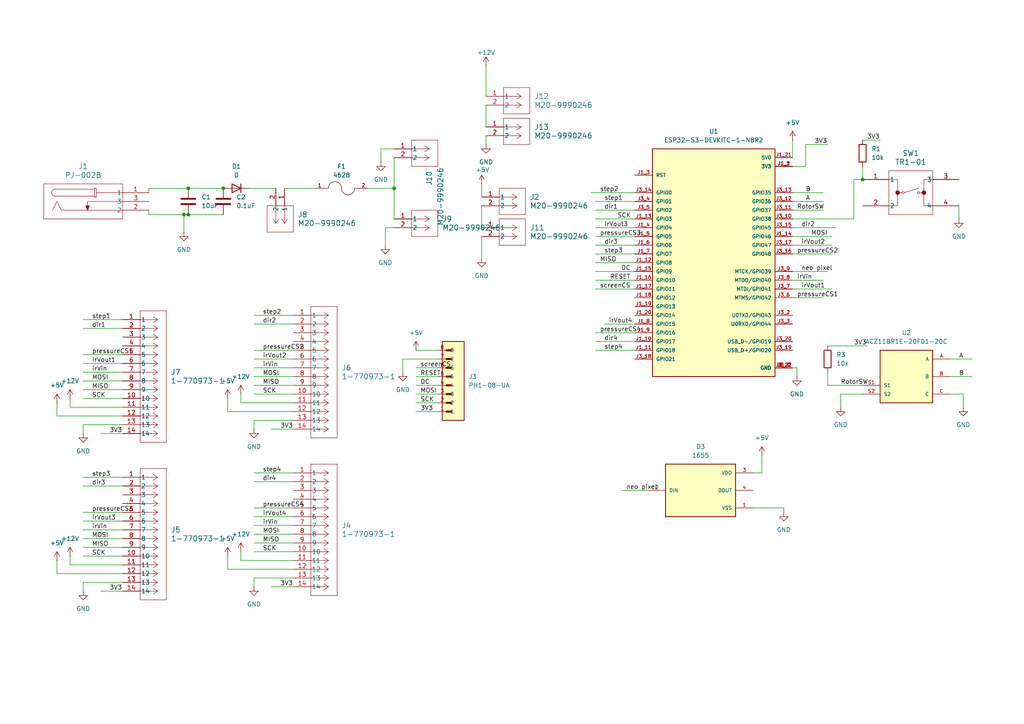
<source format=kicad_sch>
(kicad_sch (version 20231120) (generator "eeschema") (generator_version "8.0")
  (paper "A4")
  (lib_symbols
    (symbol "1655:1655" (pin_names (offset 1.016))
      (property "Reference" "D" (at -10.1621 8.8923 0))
      (property "Value" "1655" (at -10.16 -8.89 0))
      (symbol "1655_0_0"
        (rectangle (start -10.16 -7.62) (end 10.16 7.62) (stroke (width 0.254)) (fill (type background)))
        (pin power_in line (at 15.24 -5.08 180) (length 5.08) (name "VSS") (number "1"))
        (pin input line (at -15.24 0 0) (length 5.08) (name "DIN") (number "2"))
        (pin power_in line (at 15.24 5.08 180) (length 5.08) (name "VDD") (number "3"))
        (pin output line (at 15.24 0 180) (length 5.08) (name "DOUT") (number "4"))
      )
    )
    (symbol "2025-01-13_03-47-25:TR1-01" (pin_names (offset 0.254))
      (property "Reference" "SW" (at 14.9225 7.3025 0))
      (property "Value" "TR1-01" (at 20.32 5.08 0))
      (symbol "TR1-01_0_1"
        (polyline (pts (xy 7.62 -10.16) (xy 20.32 -10.16)) (stroke (width 0.127)))
        (polyline (pts (xy 7.62 -7.62) (xy 10.16 -7.62)) (stroke (width 0.127)))
        (polyline (pts (xy 7.62 0) (xy 10.16 0)) (stroke (width 0.127)))
        (polyline (pts (xy 7.62 2.54) (xy 7.62 -10.16)) (stroke (width 0.127)))
        (polyline (pts (xy 10.16 -3.81) (xy 11.43 -3.81)) (stroke (width 0.127)))
        (polyline (pts (xy 10.16 0) (xy 10.16 -7.62)) (stroke (width 0.127)))
        (polyline (pts (xy 12.065 -3.81) (xy 16.1925 -2.54)) (stroke (width 0.127)))
        (polyline (pts (xy 17.78 -3.81) (xy 16.51 -3.81)) (stroke (width 0.127)))
        (polyline (pts (xy 17.78 0) (xy 17.78 -7.62)) (stroke (width 0.127)))
        (polyline (pts (xy 20.32 -10.16) (xy 20.32 2.54)) (stroke (width 0.127)))
        (polyline (pts (xy 20.32 -7.62) (xy 17.78 -7.62)) (stroke (width 0.127)))
        (polyline (pts (xy 20.32 0) (xy 17.78 0)) (stroke (width 0.127)))
        (polyline (pts (xy 20.32 2.54) (xy 7.62 2.54)) (stroke (width 0.127)))
        (circle (center 10.16 -3.81) (radius 0.127) (stroke (width 0.508)))
        (circle (center 11.7475 -3.81) (radius 0.3048) (stroke (width 0.127)))
        (circle (center 16.1925 -3.81) (radius 0.3048) (stroke (width 0.127)))
        (circle (center 17.78 -3.81) (radius 0.127) (stroke (width 0.508)))
        (pin unspecified line (at 0 0 0) (length 7.62) (name "1") (number "1"))
        (pin unspecified line (at 0 -7.62 0) (length 7.62) (name "2") (number "2"))
        (pin unspecified line (at 27.94 0 180) (length 7.62) (name "3") (number "3"))
        (pin unspecified line (at 27.94 -7.62 180) (length 7.62) (name "4") (number "4"))
      )
    )
    (symbol "2025-01-13_13-48-04:1-770973-1" (pin_names (offset 0.254))
      (property "Reference" "J" (at 8.89 6.35 0))
      (property "Value" "1-770973-1" (at 0 0 0))
      (symbol "1-770973-1_0_1"
        (polyline (pts (xy 5.08 -35.56) (xy 12.7 -35.56)) (stroke (width 0.127)))
        (polyline (pts (xy 5.08 2.54) (xy 5.08 -35.56)) (stroke (width 0.127)))
        (polyline (pts (xy 10.16 -33.02) (xy 5.08 -33.02)) (stroke (width 0.127)))
        (polyline (pts (xy 10.16 -33.02) (xy 8.89 -33.8667)) (stroke (width 0.127)))
        (polyline (pts (xy 10.16 -33.02) (xy 8.89 -32.1733)) (stroke (width 0.127)))
        (polyline (pts (xy 10.16 -30.48) (xy 5.08 -30.48)) (stroke (width 0.127)))
        (polyline (pts (xy 10.16 -30.48) (xy 8.89 -31.3267)) (stroke (width 0.127)))
        (polyline (pts (xy 10.16 -30.48) (xy 8.89 -29.6333)) (stroke (width 0.127)))
        (polyline (pts (xy 10.16 -27.94) (xy 5.08 -27.94)) (stroke (width 0.127)))
        (polyline (pts (xy 10.16 -27.94) (xy 8.89 -28.7867)) (stroke (width 0.127)))
        (polyline (pts (xy 10.16 -27.94) (xy 8.89 -27.0933)) (stroke (width 0.127)))
        (polyline (pts (xy 10.16 -25.4) (xy 5.08 -25.4)) (stroke (width 0.127)))
        (polyline (pts (xy 10.16 -25.4) (xy 8.89 -26.2467)) (stroke (width 0.127)))
        (polyline (pts (xy 10.16 -25.4) (xy 8.89 -24.5533)) (stroke (width 0.127)))
        (polyline (pts (xy 10.16 -22.86) (xy 5.08 -22.86)) (stroke (width 0.127)))
        (polyline (pts (xy 10.16 -22.86) (xy 8.89 -23.7067)) (stroke (width 0.127)))
        (polyline (pts (xy 10.16 -22.86) (xy 8.89 -22.0133)) (stroke (width 0.127)))
        (polyline (pts (xy 10.16 -20.32) (xy 5.08 -20.32)) (stroke (width 0.127)))
        (polyline (pts (xy 10.16 -20.32) (xy 8.89 -21.1667)) (stroke (width 0.127)))
        (polyline (pts (xy 10.16 -20.32) (xy 8.89 -19.4733)) (stroke (width 0.127)))
        (polyline (pts (xy 10.16 -17.78) (xy 5.08 -17.78)) (stroke (width 0.127)))
        (polyline (pts (xy 10.16 -17.78) (xy 8.89 -18.6267)) (stroke (width 0.127)))
        (polyline (pts (xy 10.16 -17.78) (xy 8.89 -16.9333)) (stroke (width 0.127)))
        (polyline (pts (xy 10.16 -15.24) (xy 5.08 -15.24)) (stroke (width 0.127)))
        (polyline (pts (xy 10.16 -15.24) (xy 8.89 -16.0867)) (stroke (width 0.127)))
        (polyline (pts (xy 10.16 -15.24) (xy 8.89 -14.3933)) (stroke (width 0.127)))
        (polyline (pts (xy 10.16 -12.7) (xy 5.08 -12.7)) (stroke (width 0.127)))
        (polyline (pts (xy 10.16 -12.7) (xy 8.89 -13.5467)) (stroke (width 0.127)))
        (polyline (pts (xy 10.16 -12.7) (xy 8.89 -11.8533)) (stroke (width 0.127)))
        (polyline (pts (xy 10.16 -10.16) (xy 5.08 -10.16)) (stroke (width 0.127)))
        (polyline (pts (xy 10.16 -10.16) (xy 8.89 -11.0067)) (stroke (width 0.127)))
        (polyline (pts (xy 10.16 -10.16) (xy 8.89 -9.3133)) (stroke (width 0.127)))
        (polyline (pts (xy 10.16 -7.62) (xy 5.08 -7.62)) (stroke (width 0.127)))
        (polyline (pts (xy 10.16 -7.62) (xy 8.89 -8.4667)) (stroke (width 0.127)))
        (polyline (pts (xy 10.16 -7.62) (xy 8.89 -6.7733)) (stroke (width 0.127)))
        (polyline (pts (xy 10.16 -5.08) (xy 5.08 -5.08)) (stroke (width 0.127)))
        (polyline (pts (xy 10.16 -5.08) (xy 8.89 -5.9267)) (stroke (width 0.127)))
        (polyline (pts (xy 10.16 -5.08) (xy 8.89 -4.2333)) (stroke (width 0.127)))
        (polyline (pts (xy 10.16 -2.54) (xy 5.08 -2.54)) (stroke (width 0.127)))
        (polyline (pts (xy 10.16 -2.54) (xy 8.89 -3.3867)) (stroke (width 0.127)))
        (polyline (pts (xy 10.16 -2.54) (xy 8.89 -1.6933)) (stroke (width 0.127)))
        (polyline (pts (xy 10.16 0) (xy 5.08 0)) (stroke (width 0.127)))
        (polyline (pts (xy 10.16 0) (xy 8.89 -0.8467)) (stroke (width 0.127)))
        (polyline (pts (xy 10.16 0) (xy 8.89 0.8467)) (stroke (width 0.127)))
        (polyline (pts (xy 12.7 -35.56) (xy 12.7 2.54)) (stroke (width 0.127)))
        (polyline (pts (xy 12.7 2.54) (xy 5.08 2.54)) (stroke (width 0.127)))
        (pin unspecified line (at 0 0 0) (length 5.08) (name "1") (number "1"))
        (pin unspecified line (at 0 -22.86 0) (length 5.08) (name "10") (number "10"))
        (pin unspecified line (at 0 -25.4 0) (length 5.08) (name "11") (number "11"))
        (pin unspecified line (at 0 -27.94 0) (length 5.08) (name "12") (number "12"))
        (pin unspecified line (at 0 -30.48 0) (length 5.08) (name "13") (number "13"))
        (pin unspecified line (at 0 -33.02 0) (length 5.08) (name "14") (number "14"))
        (pin unspecified line (at 0 -2.54 0) (length 5.08) (name "2") (number "2"))
        (pin unspecified line (at 0 -5.08 0) (length 5.08) (name "3") (number "3"))
        (pin unspecified line (at 0 -7.62 0) (length 5.08) (name "4") (number "4"))
        (pin unspecified line (at 0 -10.16 0) (length 5.08) (name "5") (number "5"))
        (pin unspecified line (at 0 -12.7 0) (length 5.08) (name "6") (number "6"))
        (pin unspecified line (at 0 -15.24 0) (length 5.08) (name "7") (number "7"))
        (pin unspecified line (at 0 -17.78 0) (length 5.08) (name "8") (number "8"))
        (pin unspecified line (at 0 -20.32 0) (length 5.08) (name "9") (number "9"))
      )
    )
    (symbol "2pin-jumper:M20-9990246" (pin_names (offset 0.254))
      (property "Reference" "J" (at 8.89 6.35 0))
      (property "Value" "M20-9990246" (at 0 0 0))
      (symbol "M20-9990246_1_1"
        (polyline (pts (xy 5.08 -5.08) (xy 12.7 -5.08)) (stroke (width 0.127)))
        (polyline (pts (xy 5.08 2.54) (xy 5.08 -5.08)) (stroke (width 0.127)))
        (polyline (pts (xy 10.16 -2.54) (xy 5.08 -2.54)) (stroke (width 0.127)))
        (polyline (pts (xy 10.16 -2.54) (xy 8.89 -3.3867)) (stroke (width 0.127)))
        (polyline (pts (xy 10.16 -2.54) (xy 8.89 -1.6933)) (stroke (width 0.127)))
        (polyline (pts (xy 10.16 0) (xy 5.08 0)) (stroke (width 0.127)))
        (polyline (pts (xy 10.16 0) (xy 8.89 -0.8467)) (stroke (width 0.127)))
        (polyline (pts (xy 10.16 0) (xy 8.89 0.8467)) (stroke (width 0.127)))
        (polyline (pts (xy 12.7 -5.08) (xy 12.7 2.54)) (stroke (width 0.127)))
        (polyline (pts (xy 12.7 2.54) (xy 5.08 2.54)) (stroke (width 0.127)))
        (pin unspecified line (at 0 0 0) (length 5.08) (name "1") (number "1"))
        (pin unspecified line (at 0 -2.54 0) (length 5.08) (name "2") (number "2"))
      )
      (symbol "M20-9990246_1_2"
        (polyline (pts (xy 5.08 -5.08) (xy 12.7 -5.08)) (stroke (width 0.127)))
        (polyline (pts (xy 5.08 2.54) (xy 5.08 -5.08)) (stroke (width 0.127)))
        (polyline (pts (xy 7.62 -2.54) (xy 5.08 -2.54)) (stroke (width 0.127)))
        (polyline (pts (xy 7.62 -2.54) (xy 8.89 -3.3867)) (stroke (width 0.127)))
        (polyline (pts (xy 7.62 -2.54) (xy 8.89 -1.6933)) (stroke (width 0.127)))
        (polyline (pts (xy 7.62 0) (xy 5.08 0)) (stroke (width 0.127)))
        (polyline (pts (xy 7.62 0) (xy 8.89 -0.8467)) (stroke (width 0.127)))
        (polyline (pts (xy 7.62 0) (xy 8.89 0.8467)) (stroke (width 0.127)))
        (polyline (pts (xy 12.7 -5.08) (xy 12.7 2.54)) (stroke (width 0.127)))
        (polyline (pts (xy 12.7 2.54) (xy 5.08 2.54)) (stroke (width 0.127)))
        (pin unspecified line (at 0 0 0) (length 5.08) (name "1") (number "1"))
        (pin unspecified line (at 0 -2.54 0) (length 5.08) (name "2") (number "2"))
      )
    )
    (symbol "4628:4628" (pin_names (offset 1.016))
      (property "Reference" "F" (at -2.54 5.08 0))
      (property "Value" "4628" (at -2.54 -5.08 0))
      (symbol "4628_0_0"
        (arc (start 0 0) (mid -1.905 1.8967) (end -3.81 0) (stroke (width 0.1524)))
        (polyline (pts (xy -5.08 0) (xy -3.81 0)) (stroke (width 0.1524)))
        (polyline (pts (xy 5.08 0) (xy 3.81 0)) (stroke (width 0.1524)))
        (arc (start 0 0) (mid 1.905 -1.8967) (end 3.81 0) (stroke (width 0.1524)))
        (pin passive line (at -7.62 0 0) (length 2.54) (name "~") (number "1"))
        (pin passive line (at 7.62 0 180) (length 2.54) (name "~") (number "2"))
      )
    )
    (symbol "ACZ11BR1E-20FD1-20C:ACZ11BR1E-20FD1-20C" (pin_names (offset 1.016))
      (property "Reference" "U" (at -7.62 10.16 0))
      (property "Value" "ACZ11BR1E-20FD1-20C" (at -7.62 -10.16 0))
      (symbol "ACZ11BR1E-20FD1-20C_0_0"
        (rectangle (start -7.62 -7.62) (end 7.62 7.62) (stroke (width 0.254)) (fill (type background)))
        (pin output line (at 12.7 5.08 180) (length 5.08) (name "A") (number "A"))
        (pin output line (at 12.7 0 180) (length 5.08) (name "B") (number "B"))
        (pin passive line (at 12.7 -5.08 180) (length 5.08) (name "C") (number "C"))
        (pin passive line (at -12.7 -2.54 0) (length 5.08) (name "S1") (number "S1"))
        (pin passive line (at -12.7 -5.08 0) (length 5.08) (name "S2") (number "S2"))
      )
    )
    (symbol "Device:C" (pin_numbers hide) (pin_names (offset 0.254))
      (property "Reference" "C" (at 0.635 2.54 0))
      (property "Value" "C" (at 0.635 -2.54 0))
      (symbol "C_0_1"
        (polyline (pts (xy -2.032 -0.762) (xy 2.032 -0.762)) (stroke (width 0.508)))
        (polyline (pts (xy -2.032 0.762) (xy 2.032 0.762)) (stroke (width 0.508)))
      )
      (symbol "C_1_1"
        (pin passive line (at 0 3.81 270) (length 2.794) (name "~") (number "1"))
        (pin passive line (at 0 -3.81 90) (length 2.794) (name "~") (number "2"))
      )
    )
    (symbol "Device:D" (pin_numbers hide) (pin_names (offset 1.016) hide)
      (property "Reference" "D" (at 0 2.54 0))
      (property "Value" "D" (at 0 -2.54 0))
      (symbol "D_0_1"
        (polyline (pts (xy -1.27 1.27) (xy -1.27 -1.27)) (stroke (width 0.254)))
        (polyline (pts (xy 1.27 0) (xy -1.27 0)))
        (polyline (pts (xy 1.27 1.27) (xy 1.27 -1.27) (xy -1.27 0) (xy 1.27 1.27)) (stroke (width 0.254)))
      )
      (symbol "D_1_1"
        (pin passive line (at -3.81 0 0) (length 2.54) (name "K") (number "1"))
        (pin passive line (at 3.81 0 180) (length 2.54) (name "A") (number "2"))
      )
    )
    (symbol "Device:R" (pin_numbers hide) (pin_names (offset 0))
      (property "Reference" "R" (at 2.032 0 90))
      (property "Value" "R" (at 0 0 90))
      (symbol "R_0_1"
        (rectangle (start -1.016 -2.54) (end 1.016 2.54) (stroke (width 0.254)))
      )
      (symbol "R_1_1"
        (pin passive line (at 0 3.81 270) (length 1.27) (name "~") (number "1"))
        (pin passive line (at 0 -3.81 90) (length 1.27) (name "~") (number "2"))
      )
    )
    (symbol "ESP32-S3-DEVKITC-1-N8R2:ESP32-S3-DEVKITC-1-N8R2" (pin_names (offset 1.016))
      (property "Reference" "U" (at -17.78 35.56 0))
      (property "Value" "ESP32-S3-DEVKITC-1-N8R2" (at -17.78 -35.56 0))
      (symbol "ESP32-S3-DEVKITC-1-N8R2_0_0"
        (rectangle (start -17.78 -33.02) (end 17.78 33.02) (stroke (width 0.254)) (fill (type background)))
        (pin power_in line (at 22.86 27.94 180) (length 5.08) (name "3V3") (number "J1_1"))
        (pin bidirectional line (at -22.86 -22.86 0) (length 5.08) (name "GPIO17") (number "J1_10"))
        (pin bidirectional line (at -22.86 -25.4 0) (length 5.08) (name "GPIO18") (number "J1_11"))
        (pin bidirectional line (at -22.86 0 0) (length 5.08) (name "GPIO8") (number "J1_12"))
        (pin bidirectional line (at -22.86 12.7 0) (length 5.08) (name "GPIO3") (number "J1_13"))
        (pin bidirectional line (at 22.86 7.62 180) (length 5.08) (name "GPIO46") (number "J1_14"))
        (pin bidirectional line (at -22.86 -2.54 0) (length 5.08) (name "GPIO9") (number "J1_15"))
        (pin bidirectional line (at -22.86 -5.08 0) (length 5.08) (name "GPIO10") (number "J1_16"))
        (pin bidirectional line (at -22.86 -7.62 0) (length 5.08) (name "GPIO11") (number "J1_17"))
        (pin bidirectional line (at -22.86 -10.16 0) (length 5.08) (name "GPIO12") (number "J1_18"))
        (pin bidirectional line (at -22.86 -12.7 0) (length 5.08) (name "GPIO13") (number "J1_19"))
        (pin power_in line (at 22.86 27.94 180) (length 5.08) (name "3V3") (number "J1_2"))
        (pin bidirectional line (at -22.86 -15.24 0) (length 5.08) (name "GPIO14") (number "J1_20"))
        (pin power_in line (at 22.86 30.48 180) (length 5.08) (name "5V0") (number "J1_21"))
        (pin power_in line (at 22.86 -30.48 180) (length 5.08) (name "GND") (number "J1_22"))
        (pin input line (at -22.86 25.4 0) (length 5.08) (name "RST") (number "J1_3"))
        (pin bidirectional line (at -22.86 10.16 0) (length 5.08) (name "GPIO4") (number "J1_4"))
        (pin bidirectional line (at -22.86 7.62 0) (length 5.08) (name "GPIO5") (number "J1_5"))
        (pin bidirectional line (at -22.86 5.08 0) (length 5.08) (name "GPIO6") (number "J1_6"))
        (pin bidirectional line (at -22.86 2.54 0) (length 5.08) (name "GPIO7") (number "J1_7"))
        (pin bidirectional line (at -22.86 -17.78 0) (length 5.08) (name "GPIO15") (number "J1_8"))
        (pin bidirectional line (at -22.86 -20.32 0) (length 5.08) (name "GPIO16") (number "J1_9"))
        (pin power_in line (at 22.86 -30.48 180) (length 5.08) (name "GND") (number "J3_1"))
        (pin bidirectional line (at 22.86 12.7 180) (length 5.08) (name "GPIO38") (number "J3_10"))
        (pin bidirectional line (at 22.86 15.24 180) (length 5.08) (name "GPIO37") (number "J3_11"))
        (pin bidirectional line (at 22.86 17.78 180) (length 5.08) (name "GPIO36") (number "J3_12"))
        (pin bidirectional line (at 22.86 20.32 180) (length 5.08) (name "GPIO35") (number "J3_13"))
        (pin bidirectional line (at -22.86 20.32 0) (length 5.08) (name "GPIO0") (number "J3_14"))
        (pin bidirectional line (at 22.86 10.16 180) (length 5.08) (name "GPIO45") (number "J3_15"))
        (pin bidirectional line (at 22.86 2.54 180) (length 5.08) (name "GPIO48") (number "J3_16"))
        (pin bidirectional line (at 22.86 5.08 180) (length 5.08) (name "GPIO47") (number "J3_17"))
        (pin bidirectional line (at -22.86 -27.94 0) (length 5.08) (name "GPIO21") (number "J3_18"))
        (pin bidirectional line (at 22.86 -25.4 180) (length 5.08) (name "USB_D+/GPIO20") (number "J3_19"))
        (pin bidirectional line (at 22.86 -15.24 180) (length 5.08) (name "U0TXD/GPIO43") (number "J3_2"))
        (pin bidirectional line (at 22.86 -22.86 180) (length 5.08) (name "USB_D-/GPIO19") (number "J3_20"))
        (pin power_in line (at 22.86 -30.48 180) (length 5.08) (name "GND") (number "J3_21"))
        (pin power_in line (at 22.86 -30.48 180) (length 5.08) (name "GND") (number "J3_22"))
        (pin bidirectional line (at 22.86 -17.78 180) (length 5.08) (name "U0RXD/GPIO44") (number "J3_3"))
        (pin bidirectional line (at -22.86 17.78 0) (length 5.08) (name "GPIO1") (number "J3_4"))
        (pin bidirectional line (at -22.86 15.24 0) (length 5.08) (name "GPIO2") (number "J3_5"))
        (pin bidirectional line (at 22.86 -10.16 180) (length 5.08) (name "MTMS/GPIO42") (number "J3_6"))
        (pin bidirectional line (at 22.86 -7.62 180) (length 5.08) (name "MTDI/GPIO41") (number "J3_7"))
        (pin bidirectional line (at 22.86 -5.08 180) (length 5.08) (name "MTDO/GPIO40") (number "J3_8"))
        (pin bidirectional line (at 22.86 -2.54 180) (length 5.08) (name "MTCK/GPIO39") (number "J3_9"))
      )
    )
    (symbol "PH1-08-UA:PH1-08-UA" (pin_names (offset 1.016))
      (property "Reference" "J" (at 0 23.368 0))
      (property "Value" "PH1-08-UA" (at 0 0 0))
      (symbol "PH1-08-UA_0_0"
        (polyline (pts (xy 3.81 2.54) (xy 5.08 2.54)) (stroke (width 0.6096)))
        (polyline (pts (xy 3.81 5.08) (xy 5.08 5.08)) (stroke (width 0.6096)))
        (polyline (pts (xy 3.81 7.62) (xy 5.08 7.62)) (stroke (width 0.6096)))
        (polyline (pts (xy 3.81 10.16) (xy 5.08 10.16)) (stroke (width 0.6096)))
        (polyline (pts (xy 3.81 12.7) (xy 5.08 12.7)) (stroke (width 0.6096)))
        (polyline (pts (xy 3.81 15.24) (xy 5.08 15.24)) (stroke (width 0.6096)))
        (polyline (pts (xy 3.81 17.78) (xy 5.08 17.78)) (stroke (width 0.6096)))
        (polyline (pts (xy 3.81 20.32) (xy 5.08 20.32)) (stroke (width 0.6096)))
        (rectangle (start 0 0) (end 6.35 22.86) (stroke (width 0.254)) (fill (type background)))
        (pin passive line (at 7.62 20.32 180) (length 2.54) (name "1") (number "1"))
        (pin passive line (at 7.62 17.78 180) (length 2.54) (name "2") (number "2"))
        (pin passive line (at 7.62 15.24 180) (length 2.54) (name "3") (number "3"))
        (pin passive line (at 7.62 12.7 180) (length 2.54) (name "4") (number "4"))
        (pin passive line (at 7.62 10.16 180) (length 2.54) (name "5") (number "5"))
        (pin passive line (at 7.62 7.62 180) (length 2.54) (name "6") (number "6"))
        (pin passive line (at 7.62 5.08 180) (length 2.54) (name "7") (number "7"))
        (pin passive line (at 7.62 2.54 180) (length 2.54) (name "8") (number "8"))
      )
    )
    (symbol "PJ_002B:PJ-002B" (pin_names (offset 0.254))
      (property "Reference" "J" (at -17.78 7.62 0))
      (property "Value" "PJ-002B" (at -17.78 5.08 0))
      (symbol "PJ-002B_0_1"
        (arc (start -27.178 1.016) (mid -28.1895 0) (end -27.178 -1.016) (stroke (width 0.127)))
        (polyline (pts (xy -30.48 -7.62) (xy -7.62 -7.62)) (stroke (width 0.127)))
        (polyline (pts (xy -30.48 2.54) (xy -30.48 -7.62)) (stroke (width 0.127)))
        (polyline (pts (xy -26.67 -2.54) (xy -27.94 -5.08)) (stroke (width 0.127)))
        (polyline (pts (xy -25.4 -5.08) (xy -26.67 -2.54)) (stroke (width 0.127)))
        (polyline (pts (xy -18.288 -3.81) (xy -17.78 -5.08)) (stroke (width 0.127)))
        (polyline (pts (xy -17.78 -5.08) (xy -17.272 -3.81)) (stroke (width 0.127)))
        (polyline (pts (xy -17.78 -2.54) (xy -17.78 -5.08)) (stroke (width 0.127)))
        (polyline (pts (xy -17.272 -3.81) (xy -18.288 -3.81)) (stroke (width 0.127)))
        (polyline (pts (xy -15.748 -1.27) (xy -15.24 -1.27)) (stroke (width 0.127)))
        (polyline (pts (xy -15.748 -1.016) (xy -27.178 -1.016)) (stroke (width 0.127)))
        (polyline (pts (xy -15.748 1.016) (xy -27.178 1.016)) (stroke (width 0.127)))
        (polyline (pts (xy -15.748 1.27) (xy -15.748 -1.27)) (stroke (width 0.127)))
        (polyline (pts (xy -15.24 1.27) (xy -15.748 1.27)) (stroke (width 0.127)))
        (polyline (pts (xy -15.24 1.27) (xy -15.24 -1.27)) (stroke (width 0.127)))
        (polyline (pts (xy -7.62 -7.62) (xy -7.62 2.54)) (stroke (width 0.127)))
        (polyline (pts (xy -7.62 -5.08) (xy -25.4 -5.08)) (stroke (width 0.127)))
        (polyline (pts (xy -7.62 -2.54) (xy -17.78 -2.54)) (stroke (width 0.127)))
        (polyline (pts (xy -7.62 0) (xy -15.24 0)) (stroke (width 0.127)))
        (polyline (pts (xy -7.62 2.54) (xy -30.48 2.54)) (stroke (width 0.127)))
        (polyline (pts (xy -18.288 -3.81) (xy -17.272 -3.81) (xy -17.78 -5.08)) (fill (type outline)))
        (pin unspecified line (at 0 0 180) (length 7.62) (name "1") (number "1"))
        (pin unspecified line (at 0 -5.08 180) (length 7.62) (name "2") (number "2"))
        (pin unspecified line (at 0 -2.54 180) (length 7.62) (name "3") (number "3"))
      )
    )
    (symbol "power:+12V" (power) (pin_numbers hide) (pin_names (offset 0) hide)
      (property "Value" "+12V" (at 0 3.556 0))
      (symbol "+12V_0_1"
        (polyline (pts (xy -0.762 1.27) (xy 0 2.54)))
        (polyline (pts (xy 0 0) (xy 0 2.54)))
        (polyline (pts (xy 0 2.54) (xy 0.762 1.27)))
      )
      (symbol "+12V_1_1"
        (pin power_in line (at 0 0 90) (length 0) (name "~") (number "1"))
      )
    )
    (symbol "power:GND" (power) (pin_numbers hide) (pin_names (offset 0) hide)
      (property "Value" "GND" (at 0 -3.81 0))
      (symbol "GND_0_1"
        (polyline (pts (xy 0 0) (xy 0 -1.27) (xy 1.27 -1.27) (xy 0 -2.54) (xy -1.27 -1.27) (xy 0 -1.27)))
      )
      (symbol "GND_1_1"
        (pin power_in line (at 0 0 270) (length 0) (name "~") (number "1"))
      )
    )
  )
  (junction (at 54.61 62.23))
  (junction (at 64.77 54.61))
  (junction (at 53.34 62.23))
  (junction (at 114.3 54.61))
  (junction (at 250.19 52.07))
  (junction (at 54.61 54.61))
  (wire (pts (xy 240.03 107.95) (xy 240.03 111.76)))
  (wire (pts (xy 24.13 140.97) (xy 35.56 140.97)))
  (wire (pts (xy 24.13 158.75) (xy 35.56 158.75)))
  (wire (pts (xy 66.04 165.1) (xy 66.04 161.29)))
  (wire (pts (xy 69.85 116.84) (xy 69.85 114.3)))
  (wire (pts (xy 85.09 167.64) (xy 73.66 167.64)))
  (wire (pts (xy 73.66 152.4) (xy 85.09 152.4)))
  (wire (pts (xy 82.55 54.61) (xy 91.44 54.61)))
  (wire (pts (xy 172.72 81.28) (xy 184.15 81.28)))
  (wire (pts (xy 120.65 116.84) (xy 127 116.84)))
  (wire (pts (xy 73.66 139.7) (xy 85.09 139.7)))
  (wire (pts (xy 229.87 86.36) (xy 238.76 86.36)))
  (wire (pts (xy 78.74 124.46) (xy 85.09 124.46)))
  (wire (pts (xy 116.84 104.14) (xy 127 104.14)))
  (wire (pts (xy 24.13 168.91) (xy 24.13 171.45)))
  (wire (pts (xy 120.65 101.6) (xy 127 101.6)))
  (wire (pts (xy 120.65 106.68) (xy 127 106.68)))
  (wire (pts (xy 35.56 168.91) (xy 24.13 168.91)))
  (wire (pts (xy 69.85 162.56) (xy 69.85 160.02)))
  (wire (pts (xy 35.56 105.41) (xy 24.13 105.41)))
  (wire (pts (xy 43.18 62.23) (xy 43.18 60.96)))
  (wire (pts (xy 250.19 48.26) (xy 250.19 52.07)))
  (wire (pts (xy 140.97 27.94) (xy 140.97 19.05)))
  (wire (pts (xy 240.03 111.76) (xy 250.19 111.76)))
  (wire (pts (xy 229.87 78.74) (xy 240.03 78.74)))
  (wire (pts (xy 139.7 53.34) (xy 139.7 57.15)))
  (wire (pts (xy 54.61 54.61) (xy 64.77 54.61)))
  (wire (pts (xy 16.51 166.37) (xy 35.56 166.37)))
  (wire (pts (xy 29.21 125.73) (xy 35.56 125.73)))
  (wire (pts (xy 16.51 120.65) (xy 16.51 116.84)))
  (wire (pts (xy 172.72 83.82) (xy 184.15 83.82)))
  (wire (pts (xy 73.66 154.94) (xy 85.09 154.94)))
  (wire (pts (xy 24.13 113.03) (xy 35.56 113.03)))
  (wire (pts (xy 73.66 111.76) (xy 85.09 111.76)))
  (wire (pts (xy 73.66 157.48) (xy 85.09 157.48)))
  (wire (pts (xy 24.13 107.95) (xy 35.56 107.95)))
  (wire (pts (xy 110.49 46.99) (xy 110.49 43.18)))
  (wire (pts (xy 227.33 147.32) (xy 227.33 148.59)))
  (wire (pts (xy 172.72 78.74) (xy 184.15 78.74)))
  (wire (pts (xy 73.66 91.44) (xy 85.09 91.44)))
  (wire (pts (xy 172.72 96.52) (xy 184.15 96.52)))
  (wire (pts (xy 66.04 119.38) (xy 85.09 119.38)))
  (wire (pts (xy 78.74 170.18) (xy 85.09 170.18)))
  (wire (pts (xy 279.4 114.3) (xy 279.4 118.11)))
  (wire (pts (xy 110.49 43.18) (xy 114.3 43.18)))
  (wire (pts (xy 35.56 151.13) (xy 24.13 151.13)))
  (wire (pts (xy 220.98 137.16) (xy 220.98 132.08)))
  (wire (pts (xy 24.13 110.49) (xy 35.56 110.49)))
  (wire (pts (xy 140.97 39.37) (xy 140.97 41.91)))
  (wire (pts (xy 85.09 149.86) (xy 73.66 149.86)))
  (wire (pts (xy 69.85 116.84) (xy 85.09 116.84)))
  (wire (pts (xy 73.66 106.68) (xy 85.09 106.68)))
  (wire (pts (xy 229.87 66.04) (xy 242.57 66.04)))
  (wire (pts (xy 54.61 62.23) (xy 64.77 62.23)))
  (wire (pts (xy 24.13 148.59) (xy 35.56 148.59)))
  (wire (pts (xy 229.87 83.82) (xy 241.3 83.82)))
  (wire (pts (xy 73.66 167.64) (xy 73.66 170.18)))
  (wire (pts (xy 73.66 101.6) (xy 85.09 101.6)))
  (wire (pts (xy 73.66 121.92) (xy 73.66 124.46)))
  (wire (pts (xy 66.04 119.38) (xy 66.04 115.57)))
  (wire (pts (xy 139.7 59.69) (xy 139.7 66.04)))
  (wire (pts (xy 243.84 114.3) (xy 250.19 114.3)))
  (wire (pts (xy 229.87 81.28) (xy 238.76 81.28)))
  (wire (pts (xy 180.34 142.24) (xy 187.96 142.24)))
  (wire (pts (xy 172.72 71.12) (xy 184.15 71.12)))
  (wire (pts (xy 73.66 147.32) (xy 85.09 147.32)))
  (wire (pts (xy 16.51 166.37) (xy 16.51 162.56)))
  (wire (pts (xy 229.87 71.12) (xy 241.3 71.12)))
  (wire (pts (xy 233.68 41.91) (xy 240.03 41.91)))
  (wire (pts (xy 175.26 93.98) (xy 184.15 93.98)))
  (wire (pts (xy 229.87 55.88) (xy 238.76 55.88)))
  (wire (pts (xy 24.13 123.19) (xy 24.13 125.73)))
  (wire (pts (xy 85.09 121.92) (xy 73.66 121.92)))
  (wire (pts (xy 69.85 162.56) (xy 85.09 162.56)))
  (wire (pts (xy 16.51 120.65) (xy 35.56 120.65)))
  (wire (pts (xy 114.3 54.61) (xy 114.3 45.72)))
  (wire (pts (xy 229.87 68.58) (xy 241.3 68.58)))
  (wire (pts (xy 172.72 60.96) (xy 184.15 60.96)))
  (wire (pts (xy 172.72 58.42) (xy 184.15 58.42)))
  (wire (pts (xy 20.32 118.11) (xy 20.32 115.57)))
  (wire (pts (xy 66.04 165.1) (xy 85.09 165.1)))
  (wire (pts (xy 116.84 104.14) (xy 116.84 107.95)))
  (wire (pts (xy 24.13 156.21) (xy 35.56 156.21)))
  (wire (pts (xy 111.76 71.12) (xy 111.76 66.04)))
  (wire (pts (xy 172.72 99.06) (xy 184.15 99.06)))
  (wire (pts (xy 275.59 109.22) (xy 281.94 109.22)))
  (wire (pts (xy 139.7 68.58) (xy 139.7 74.93)))
  (wire (pts (xy 24.13 115.57) (xy 35.56 115.57)))
  (wire (pts (xy 231.14 106.68) (xy 231.14 109.22)))
  (wire (pts (xy 172.72 63.5) (xy 184.15 63.5)))
  (wire (pts (xy 172.72 73.66) (xy 184.15 73.66)))
  (wire (pts (xy 20.32 163.83) (xy 20.32 161.29)))
  (wire (pts (xy 172.72 66.04) (xy 184.15 66.04)))
  (wire (pts (xy 229.87 106.68) (xy 231.14 106.68)))
  (wire (pts (xy 111.76 66.04) (xy 114.3 66.04)))
  (wire (pts (xy 240.03 100.33) (xy 251.46 100.33)))
  (wire (pts (xy 172.72 76.2) (xy 184.15 76.2)))
  (wire (pts (xy 120.65 111.76) (xy 127 111.76)))
  (wire (pts (xy 72.39 54.61) (xy 80.01 54.61)))
  (wire (pts (xy 172.72 68.58) (xy 184.15 68.58)))
  (wire (pts (xy 106.68 54.61) (xy 114.3 54.61)))
  (wire (pts (xy 278.13 59.69) (xy 278.13 63.5)))
  (wire (pts (xy 20.32 163.83) (xy 35.56 163.83)))
  (wire (pts (xy 218.44 147.32) (xy 227.33 147.32)))
  (wire (pts (xy 229.87 60.96) (xy 238.76 60.96)))
  (wire (pts (xy 73.66 109.22) (xy 85.09 109.22)))
  (wire (pts (xy 140.97 30.48) (xy 140.97 36.83)))
  (wire (pts (xy 24.13 102.87) (xy 35.56 102.87)))
  (wire (pts (xy 229.87 58.42) (xy 238.76 58.42)))
  (wire (pts (xy 73.66 137.16) (xy 85.09 137.16)))
  (wire (pts (xy 172.72 101.6) (xy 184.15 101.6)))
  (wire (pts (xy 120.65 114.3) (xy 127 114.3)))
  (wire (pts (xy 43.18 54.61) (xy 54.61 54.61)))
  (wire (pts (xy 24.13 95.25) (xy 35.56 95.25)))
  (wire (pts (xy 73.66 93.98) (xy 85.09 93.98)))
  (wire (pts (xy 247.65 52.07) (xy 250.19 52.07)))
  (wire (pts (xy 20.32 118.11) (xy 35.56 118.11)))
  (wire (pts (xy 250.19 40.64) (xy 255.27 40.64)))
  (wire (pts (xy 233.68 48.26) (xy 233.68 41.91)))
  (wire (pts (xy 171.45 55.88) (xy 184.15 55.88)))
  (wire (pts (xy 24.13 138.43) (xy 35.56 138.43)))
  (wire (pts (xy 243.84 114.3) (xy 243.84 118.11)))
  (wire (pts (xy 53.34 62.23) (xy 53.34 67.31)))
  (wire (pts (xy 275.59 104.14) (xy 281.94 104.14)))
  (wire (pts (xy 29.21 171.45) (xy 35.56 171.45)))
  (wire (pts (xy 120.65 109.22) (xy 127 109.22)))
  (wire (pts (xy 275.59 114.3) (xy 279.4 114.3)))
  (wire (pts (xy 114.3 54.61) (xy 114.3 63.5)))
  (wire (pts (xy 24.13 161.29) (xy 35.56 161.29)))
  (wire (pts (xy 35.56 123.19) (xy 24.13 123.19)))
  (wire (pts (xy 229.87 63.5) (xy 247.65 63.5)))
  (wire (pts (xy 43.18 62.23) (xy 53.34 62.23)))
  (wire (pts (xy 53.34 62.23) (xy 54.61 62.23)))
  (wire (pts (xy 229.87 40.64) (xy 229.87 45.72)))
  (wire (pts (xy 73.66 114.3) (xy 85.09 114.3)))
  (wire (pts (xy 24.13 153.67) (xy 35.56 153.67)))
  (wire (pts (xy 229.87 48.26) (xy 233.68 48.26)))
  (wire (pts (xy 73.66 160.02) (xy 85.09 160.02)))
  (wire (pts (xy 218.44 137.16) (xy 220.98 137.16)))
  (wire (pts (xy 247.65 52.07) (xy 247.65 63.5)))
  (wire (pts (xy 24.13 92.71) (xy 35.56 92.71)))
  (wire (pts (xy 120.65 119.38) (xy 127 119.38)))
  (wire (pts (xy 229.87 73.66) (xy 241.3 73.66)))
  (wire (pts (xy 43.18 54.61) (xy 43.18 55.88)))
  (wire (pts (xy 85.09 104.14) (xy 73.66 104.14)))
  (label "B" (at 278.13 109.22 0))
  (label "dir2" (at 232.41 66.04 0))
  (label "3V3" (at 121.92 119.38 0))
  (label "step4" (at 175.26 101.6 0))
  (label "dir4" (at 175.26 99.06 0))
  (label "dir1" (at 175.26 60.96 0))
  (label "step4" (at 76.2 137.16 0))
  (label "screenCS" (at 182.88 83.82 180))
  (label "step2" (at 173.99 55.88 0))
  (label "irVin" (at 26.67 153.67 0))
  (label "DC" (at 121.92 111.76 0))
  (label "pressureCS2" (at 76.2 101.6 0))
  (label "MISO" (at 76.2 157.48 0))
  (label "MOSI" (at 121.92 114.3 0))
  (label "A" (at 233.68 58.42 0))
  (label "MISO" (at 173.99 76.2 0))
  (label "irVout2" (at 76.2 104.14 0))
  (label "dir3" (at 26.67 140.97 0))
  (label "irVout2" (at 232.41 71.12 0))
  (label "irVin" (at 76.2 152.4 0))
  (label "MISO" (at 26.67 113.03 0))
  (label "SCK" (at 179.07 63.5 0))
  (label "MOSI" (at 76.2 154.94 0))
  (label "dir4" (at 76.2 139.7 0))
  (label "RotorSW" (at 231.14 60.96 0))
  (label "pressureCS4" (at 76.2 147.32 0))
  (label "step3" (at 26.67 138.43 0))
  (label "neo pixel" (at 181.61 142.24 0))
  (label "dir3" (at 175.26 71.12 0))
  (label "dir2" (at 76.2 93.98 0))
  (label "step2" (at 76.2 91.44 0))
  (label "RotorSW" (at 243.84 111.76 0))
  (label "RESET" (at 121.92 109.22 0))
  (label "step1" (at 26.67 92.71 0))
  (label "SCK" (at 76.2 114.3 0))
  (label "A" (at 278.13 104.14 0))
  (label "irVin" (at 26.67 107.95 0))
  (label "RESET" (at 182.88 81.28 180))
  (label "SCK" (at 26.67 161.29 0))
  (label "irVout4" (at 176.53 93.98 0))
  (label "irVout1" (at 232.41 83.82 0))
  (label "pressureCS3" (at 26.67 148.59 0))
  (label "screenCS" (at 121.92 106.68 0))
  (label "irVin" (at 76.2 106.68 0))
  (label "irVout4" (at 76.2 149.86 0))
  (label "MOSI" (at 26.67 156.21 0))
  (label "SCK" (at 121.92 116.84 0))
  (label "dir1" (at 26.67 95.25 0))
  (label "3V3" (at 81.28 124.46 0))
  (label "3V3" (at 31.75 171.45 0))
  (label "MISO" (at 26.67 158.75 0))
  (label "irVout3" (at 26.67 151.13 0))
  (label "SCK" (at 76.2 160.02 0))
  (label "MISO" (at 76.2 111.76 0))
  (label "step3" (at 175.26 73.66 0))
  (label "pressureCS2" (at 231.14 73.66 0))
  (label "step1" (at 175.26 58.42 0))
  (label "pressureCS4" (at 173.99 96.52 0))
  (label "MOSI" (at 240.03 68.58 180))
  (label "3V3" (at 31.75 125.73 0))
  (label "3V3" (at 251.46 40.64 0))
  (label "pressureCS3" (at 173.99 68.58 0))
  (label "B" (at 233.68 55.88 0))
  (label "SCK" (at 26.67 115.57 0))
  (label "MOSI" (at 26.67 110.49 0))
  (label "MOSI" (at 76.2 109.22 0))
  (label "3V3" (at 81.28 170.18 0))
  (label "3V3" (at 236.22 41.91 0))
  (label "DC" (at 182.88 78.74 180))
  (label "neo pixel" (at 232.41 78.74 0))
  (label "irVout1" (at 26.67 105.41 0))
  (label "3V3" (at 247.65 100.33 0))
  (label "irVout3" (at 175.26 66.04 0))
  (label "pressureCS1" (at 231.14 86.36 0))
  (label "irVin" (at 231.14 81.28 0))
  (label "pressureCS1" (at 26.67 102.87 0))
  (symbol (lib_id "2pin-jumper:M20-9990246") (at 139.7 57.15 0) (unit 1)
    (property "Reference" "J2" (at 153.67 57.1499 0) (effects (font (size 1.524 1.524)) (justify left)))
    (property "Value" "M20-9990246" (at 153.67 59.6899 0) (effects (font (size 1.524 1.524)) (justify left)))
    (property "Footprint" "1pin-jumper:CONN2_M20-999_1x2_HRW" (effects (hide yes)))
    (property "Datasheet" "M20-9990246" (effects (hide yes)))
  )
  (symbol (lib_id "power:+12V") (at 220.98 132.08 0) (unit 1)
    (property "Reference" "#PWR011" (effects (hide yes)))
    (property "Value" "+5V" (at 220.98 127 0))
    (property "Description" "Power symbol creates a global label with name \"+12V\"" (effects (hide yes)))
  )
  (symbol (lib_id "power:GND") (at 24.13 125.73 0) (unit 1)
    (property "Reference" "#PWR024" (effects (hide yes)))
    (property "Value" "GND" (at 24.13 130.81 0))
    (property "Description" "Power symbol creates a global label with name \"GND\" , ground" (effects (hide yes)))
  )
  (symbol (lib_id "power:GND") (at 231.14 109.22 0) (unit 1)
    (property "Reference" "#PWR04" (effects (hide yes)))
    (property "Value" "GND" (at 231.14 114.3 0))
    (property "Description" "Power symbol creates a global label with name \"GND\" , ground" (effects (hide yes)))
  )
  (symbol (lib_id "Device:C") (at 64.77 58.42 0) (unit 1)
    (property "Reference" "C2" (at 68.58 57.1499 0) (effects (justify left)))
    (property "Value" "0.1uF" (at 68.58 59.6899 0) (effects (justify left)))
    (property "Footprint" "Capacitor_THT:CP_Radial_D4.0mm_P1.50mm" (effects (hide yes)))
    (property "Description" "Unpolarized capacitor" (effects (hide yes)))
  )
  (symbol (lib_id "ESP32-S3-DEVKITC-1-N8R2:ESP32-S3-DEVKITC-1-N8R2") (at 207.01 76.2 0) (unit 1)
    (property "Reference" "U1" (at 207.01 38.1 0))
    (property "Value" "ESP32-S3-DEVKITC-1-N8R2" (at 207.01 40.64 0))
    (property "Footprint" "ESP32-S3-DEVKITC-1-N8R2:XCVR_ESP32-S3-DEVKITC-1-N8R2" (effects (hide yes)))
    (property "MF" "Espressif Systems" (effects (hide yes)))
    (property "Description_1" "\n                        \n                            WiFi Development Tools - 802.11 ESP32-S3 general-purpose development board, embeds ESP32-S3-WROOM-1-N8R2, with pin header\n                        \n" (effects (hide yes)))
    (property "Package" "None" (effects (hide yes)))
    (property "Price" "None" (effects (hide yes)))
    (property "Check_prices" "https://www.snapeda.com/parts/ESP32-S3-DEVKITC-1-N8R2/Espressif+Systems/view-part/?ref=eda" (effects (hide yes)))
    (property "STANDARD" "Manufacturer Recommendations" (effects (hide yes)))
    (property "PARTREV" "V1" (effects (hide yes)))
    (property "SnapEDA_Link" "https://www.snapeda.com/parts/ESP32-S3-DEVKITC-1-N8R2/Espressif+Systems/view-part/?ref=snap" (effects (hide yes)))
    (property "MP" "ESP32-S3-DEVKITC-1-N8R2" (effects (hide yes)))
    (property "Availability" "In Stock" (effects (hide yes)))
    (property "MANUFACTURER" "Espressif" (effects (hide yes)))
  )
  (symbol (lib_id "power:GND") (at 278.13 63.5 0) (unit 1)
    (property "Reference" "#PWR08" (effects (hide yes)))
    (property "Value" "GND" (at 278.13 68.58 0))
    (property "Description" "Power symbol creates a global label with name \"GND\" , ground" (effects (hide yes)))
  )
  (symbol (lib_id "2025-01-13_13-48-04:1-770973-1") (at 85.09 137.16 0) (unit 1)
    (property "Reference" "J4" (at 99.06 152.3999 0) (effects (font (size 1.524 1.524)) (justify left)))
    (property "Value" "1-770973-1" (at 99.06 154.9399 0) (effects (font (size 1.524 1.524)) (justify left)))
    (property "Footprint" "CONN14_1-770973-1_TEC" (effects (hide yes)))
    (property "Datasheet" "1-770973-1" (effects (hide yes)))
  )
  (symbol (lib_id "2pin-jumper:M20-9990246") (at 82.55 54.61 270) (unit 1)
    (property "Reference" "J8" (at 86.36 62.2299 90) (effects (font (size 1.524 1.524)) (justify left)))
    (property "Value" "M20-9990246" (at 86.36 64.7699 90) (effects (font (size 1.524 1.524)) (justify left)))
    (property "Footprint" "1pin-jumper:CONN2_M20-999_1x2_HRW" (effects (hide yes)))
    (property "Datasheet" "M20-9990246" (effects (hide yes)))
  )
  (symbol (lib_id "ACZ11BR1E-20FD1-20C:ACZ11BR1E-20FD1-20C") (at 262.89 109.22 0) (unit 1)
    (property "Reference" "U2" (at 262.89 96.52 0))
    (property "Value" "ACZ11BR1E-20FD1-20C" (at 262.89 99.06 0))
    (property "Footprint" "ACZ11BR1E_20FD1_20C:CUI_ACZ11BR1E-20FD1-20C" (effects (hide yes)))
    (property "PARTREV" "1.02" (effects (hide yes)))
    (property "STANDARD" "Manufacturer Recommendations" (effects (hide yes)))
    (property "MAXIMUM_PACKAGE_HEIGHT" "26.5mm" (effects (hide yes)))
    (property "MANUFACTURER" "CUI Devices" (effects (hide yes)))
  )
  (symbol (lib_id "power:GND") (at 110.49 46.99 0) (unit 1)
    (property "Reference" "#PWR025" (effects (hide yes)))
    (property "Value" "GND" (at 110.49 52.07 0))
    (property "Description" "Power symbol creates a global label with name \"GND\" , ground" (effects (hide yes)))
  )
  (symbol (lib_id "power:+12V") (at 16.51 116.84 0) (unit 1)
    (property "Reference" "#PWR022" (effects (hide yes)))
    (property "Value" "+5V" (at 16.51 111.76 0))
    (property "Description" "Power symbol creates a global label with name \"+12V\"" (effects (hide yes)))
  )
  (symbol (lib_id "power:GND") (at 279.4 118.11 0) (unit 1)
    (property "Reference" "#PWR010" (effects (hide yes)))
    (property "Value" "GND" (at 279.4 123.19 0))
    (property "Description" "Power symbol creates a global label with name \"GND\" , ground" (effects (hide yes)))
  )
  (symbol (lib_id "Device:R") (at 240.03 104.14 0) (unit 1)
    (property "Reference" "R3" (at 242.57 102.8699 0) (effects (justify left)))
    (property "Value" "10k" (at 242.57 105.4099 0) (effects (justify left)))
    (property "Footprint" "Resistor_THT:R_Axial_DIN0204_L3.6mm_D1.6mm_P5.08mm_Horizontal" (effects (hide yes)))
    (property "Description" "Resistor" (effects (hide yes)))
  )
  (symbol (lib_id "power:+12V") (at 69.85 114.3 0) (unit 1)
    (property "Reference" "#PWR020" (effects (hide yes)))
    (property "Value" "+12V" (at 69.85 109.22 0))
    (property "Description" "Power symbol creates a global label with name \"+12V\"" (effects (hide yes)))
  )
  (symbol (lib_id "power:GND") (at 139.7 74.93 0) (unit 1)
    (property "Reference" "#PWR026" (effects (hide yes)))
    (property "Value" "GND" (at 139.7 80.01 0))
    (property "Description" "Power symbol creates a global label with name \"GND\" , ground" (effects (hide yes)))
  )
  (symbol (lib_id "power:+12V") (at 120.65 101.6 0) (unit 1)
    (property "Reference" "#PWR06" (effects (hide yes)))
    (property "Value" "+5V" (at 120.65 96.52 0))
    (property "Description" "Power symbol creates a global label with name \"+12V\"" (effects (hide yes)))
  )
  (symbol (lib_id "2pin-jumper:M20-9990246") (at 140.97 27.94 0) (unit 1)
    (property "Reference" "J12" (at 154.94 27.9399 0) (effects (font (size 1.524 1.524)) (justify left)))
    (property "Value" "M20-9990246" (at 154.94 30.4799 0) (effects (font (size 1.524 1.524)) (justify left)))
    (property "Footprint" "1pin-jumper:CONN2_M20-999_1x2_HRW" (effects (hide yes)))
    (property "Datasheet" "M20-9990246" (effects (hide yes)))
  )
  (symbol (lib_id "power:GND") (at 140.97 41.91 0) (unit 1)
    (property "Reference" "#PWR027" (effects (hide yes)))
    (property "Value" "GND" (at 140.97 46.99 0))
    (property "Description" "Power symbol creates a global label with name \"GND\" , ground" (effects (hide yes)))
  )
  (symbol (lib_id "power:+12V") (at 66.04 161.29 0) (unit 1)
    (property "Reference" "#PWR016" (effects (hide yes)))
    (property "Value" "+5V" (at 66.04 156.21 0))
    (property "Description" "Power symbol creates a global label with name \"+12V\"" (effects (hide yes)))
  )
  (symbol (lib_id "2025-01-13_13-48-04:1-770973-1") (at 35.56 92.71 0) (unit 1)
    (property "Reference" "J7" (at 49.53 107.9499 0) (effects (font (size 1.524 1.524)) (justify left)))
    (property "Value" "1-770973-1" (at 49.53 110.4899 0) (effects (font (size 1.524 1.524)) (justify left)))
    (property "Footprint" "CONN14_1-770973-1_TEC" (effects (hide yes)))
    (property "Datasheet" "1-770973-1" (effects (hide yes)))
  )
  (symbol (lib_id "power:GND") (at 24.13 171.45 0) (unit 1)
    (property "Reference" "#PWR015" (effects (hide yes)))
    (property "Value" "GND" (at 24.13 176.53 0))
    (property "Description" "Power symbol creates a global label with name \"GND\" , ground" (effects (hide yes)))
  )
  (symbol (lib_id "power:GND") (at 73.66 170.18 0) (unit 1)
    (property "Reference" "#PWR018" (effects (hide yes)))
    (property "Value" "GND" (at 73.66 175.26 0))
    (property "Description" "Power symbol creates a global label with name \"GND\" , ground" (effects (hide yes)))
  )
  (symbol (lib_id "PJ_002B:PJ-002B") (at 43.18 55.88 0) (unit 1)
    (property "Reference" "J1" (at 24.13 48.26 0) (effects (font (size 1.524 1.524))))
    (property "Value" "PJ-002B" (at 24.13 50.8 0) (effects (font (size 1.524 1.524))))
    (property "Footprint" "PJ-002B_CUI" (effects (hide yes)))
    (property "Datasheet" "PJ-002B" (effects (hide yes)))
  )
  (symbol (lib_id "power:+12V") (at 66.04 115.57 0) (unit 1)
    (property "Reference" "#PWR019" (effects (hide yes)))
    (property "Value" "+5V" (at 66.04 110.49 0))
    (property "Description" "Power symbol creates a global label with name \"+12V\"" (effects (hide yes)))
  )
  (symbol (lib_id "power:+12V") (at 16.51 162.56 0) (unit 1)
    (property "Reference" "#PWR014" (effects (hide yes)))
    (property "Value" "+5V" (at 16.51 157.48 0))
    (property "Description" "Power symbol creates a global label with name \"+12V\"" (effects (hide yes)))
  )
  (symbol (lib_id "2pin-jumper:M20-9990246") (at 114.3 63.5 0) (unit 1)
    (property "Reference" "J9" (at 128.27 63.4999 0) (effects (font (size 1.524 1.524)) (justify left)))
    (property "Value" "M20-9990246" (at 128.27 66.0399 0) (effects (font (size 1.524 1.524)) (justify left)))
    (property "Footprint" "1pin-jumper:CONN2_M20-999_1x2_HRW" (effects (hide yes)))
    (property "Datasheet" "M20-9990246" (effects (hide yes)))
  )
  (symbol (lib_id "power:GND") (at 73.66 124.46 0) (unit 1)
    (property "Reference" "#PWR021" (effects (hide yes)))
    (property "Value" "GND" (at 73.66 129.54 0))
    (property "Description" "Power symbol creates a global label with name \"GND\" , ground" (effects (hide yes)))
  )
  (symbol (lib_id "power:GND") (at 227.33 148.59 0) (unit 1)
    (property "Reference" "#PWR012" (effects (hide yes)))
    (property "Value" "GND" (at 227.33 153.67 0))
    (property "Description" "Power symbol creates a global label with name \"GND\" , ground" (effects (hide yes)))
  )
  (symbol (lib_id "power:+12V") (at 20.32 115.57 0) (unit 1)
    (property "Reference" "#PWR023" (effects (hide yes)))
    (property "Value" "+12V" (at 20.32 110.49 0))
    (property "Description" "Power symbol creates a global label with name \"+12V\"" (effects (hide yes)))
  )
  (symbol (lib_id "1655:1655") (at 203.2 142.24 0) (unit 1)
    (property "Reference" "D3" (at 203.2 129.54 0))
    (property "Value" "1655" (at 203.2 132.08 0))
    (property "Footprint" "1655:LED_1655" (effects (hide yes)))
    (property "PARTREV" "01" (effects (hide yes)))
    (property "MANUFACTURER" "Adafruit Industries" (effects (hide yes)))
    (property "MAXIMUM_PACKAGE_HEIGHT" "1.6 mm" (effects (hide yes)))
    (property "STANDARD" "Manufacturer recommendations" (effects (hide yes)))
  )
  (symbol (lib_id "power:GND") (at 53.34 67.31 0) (unit 1)
    (property "Reference" "#PWR02" (effects (hide yes)))
    (property "Value" "GND" (at 53.34 72.39 0))
    (property "Description" "Power symbol creates a global label with name \"GND\" , ground" (effects (hide yes)))
  )
  (symbol (lib_id "power:+12V") (at 139.7 53.34 0) (unit 1)
    (property "Reference" "#PWR01" (effects (hide yes)))
    (property "Value" "+5V" (at 139.954 49.276 0))
    (property "Description" "Power symbol creates a global label with name \"+12V\"" (effects (hide yes)))
  )
  (symbol (lib_id "Device:C") (at 54.61 58.42 0) (unit 1)
    (property "Reference" "C1" (at 58.42 57.1499 0) (effects (justify left)))
    (property "Value" "10uF" (at 58.42 59.6899 0) (effects (justify left)))
    (property "Footprint" "Capacitor_THT:CP_Radial_D4.0mm_P1.50mm" (effects (hide yes)))
    (property "Description" "Unpolarized capacitor" (effects (hide yes)))
  )
  (symbol (lib_id "power:GND") (at 243.84 118.11 0) (unit 1)
    (property "Reference" "#PWR028" (effects (hide yes)))
    (property "Value" "GND" (at 243.84 123.19 0))
    (property "Description" "Power symbol creates a global label with name \"GND\" , ground" (effects (hide yes)))
  )
  (symbol (lib_id "power:+12V") (at 69.85 160.02 0) (unit 1)
    (property "Reference" "#PWR017" (effects (hide yes)))
    (property "Value" "+12V" (at 69.85 154.94 0))
    (property "Description" "Power symbol creates a global label with name \"+12V\"" (effects (hide yes)))
  )
  (symbol (lib_id "power:+12V") (at 140.97 19.05 0) (unit 1)
    (property "Reference" "#PWR09" (effects (hide yes)))
    (property "Value" "+12V" (at 140.97 15.24 0))
    (property "Description" "Power symbol creates a global label with name \"+12V\"" (effects (hide yes)))
  )
  (symbol (lib_id "power:GND") (at 111.76 71.12 0) (unit 1)
    (property "Reference" "#PWR05" (effects (hide yes)))
    (property "Value" "GND" (at 111.76 76.2 0))
    (property "Description" "Power symbol creates a global label with name \"GND\" , ground" (effects (hide yes)))
  )
  (symbol (lib_id "2025-01-13_13-48-04:1-770973-1") (at 35.56 138.43 0) (unit 1)
    (property "Reference" "J5" (at 49.53 153.6699 0) (effects (font (size 1.524 1.524)) (justify left)))
    (property "Value" "1-770973-1" (at 49.53 156.2099 0) (effects (font (size 1.524 1.524)) (justify left)))
    (property "Footprint" "CONN14_1-770973-1_TEC" (effects (hide yes)))
    (property "Datasheet" "1-770973-1" (effects (hide yes)))
  )
  (symbol (lib_id "power:+12V") (at 20.32 161.29 0) (unit 1)
    (property "Reference" "#PWR013" (effects (hide yes)))
    (property "Value" "+12V" (at 20.32 156.21 0))
    (property "Description" "Power symbol creates a global label with name \"+12V\"" (effects (hide yes)))
  )
  (symbol (lib_id "Device:R") (at 250.19 44.45 0) (unit 1)
    (property "Reference" "R1" (at 252.73 43.1799 0) (effects (justify left)))
    (property "Value" "10k" (at 252.73 45.7199 0) (effects (justify left)))
    (property "Footprint" "Resistor_THT:R_Axial_DIN0204_L3.6mm_D1.6mm_P5.08mm_Horizontal" (effects (hide yes)))
    (property "Description" "Resistor" (effects (hide yes)))
  )
  (symbol (lib_id "PH1-08-UA:PH1-08-UA") (at 134.62 99.06 180) (unit 1)
    (property "Reference" "J3" (at 135.89 109.2199 0) (effects (justify right)))
    (property "Value" "PH1-08-UA" (at 135.89 111.7599 0) (effects (justify right)))
    (property "Footprint" "PH1-08-UA:1X8-2.54MM-THT" (effects (hide yes)))
    (property "MF" "Adam Technologies" (effects (hide yes)))
    (property "Description_1" "\n                        \n                            Connector Header Through Hole 8 position 0.100 (2.54mm)\n                        \n" (effects (hide yes)))
    (property "Package" "None" (effects (hide yes)))
    (property "Price" "None" (effects (hide yes)))
    (property "SnapEDA_Link" "https://www.snapeda.com/parts/PH1-08-UA/Adam+Tech/view-part/?ref=snap" (effects (hide yes)))
    (property "MP" "PH1-08-UA" (effects (hide yes)))
    (property "Availability" "In Stock" (effects (hide yes)))
    (property "Check_prices" "https://www.snapeda.com/parts/PH1-08-UA/Adam+Tech/view-part/?ref=eda" (effects (hide yes)))
  )
  (symbol (lib_id "Device:D") (at 68.58 54.61 180) (unit 1)
    (property "Reference" "D1" (at 68.58 48.26 0))
    (property "Value" "D" (at 68.58 50.8 0))
    (property "Footprint" "Diode_THT:D_5KPW_P7.62mm_Vertical_AnodeUp" (effects (hide yes)))
    (property "Description" "Diode" (effects (hide yes)))
    (property "Sim.Device" "D" (effects (hide yes)))
    (property "Sim.Pins" "1=K 2=A" (effects (hide yes)))
  )
  (symbol (lib_id "power:GND") (at 116.84 107.95 0) (unit 1)
    (property "Reference" "#PWR07" (effects (hide yes)))
    (property "Value" "GND" (at 116.84 113.03 0))
    (property "Description" "Power symbol creates a global label with name \"GND\" , ground" (effects (hide yes)))
  )
  (symbol (lib_id "power:+12V") (at 229.87 40.64 0) (unit 1)
    (property "Reference" "#PWR03" (effects (hide yes)))
    (property "Value" "+5V" (at 229.87 35.56 0))
    (property "Description" "Power symbol creates a global label with name \"+12V\"" (effects (hide yes)))
  )
  (symbol (lib_id "2pin-jumper:M20-9990246") (at 140.97 36.83 0) (unit 1)
    (property "Reference" "J13" (at 154.94 36.8299 0) (effects (font (size 1.524 1.524)) (justify left)))
    (property "Value" "M20-9990246" (at 154.94 39.3699 0) (effects (font (size 1.524 1.524)) (justify left)))
    (property "Footprint" "1pin-jumper:CONN2_M20-999_1x2_HRW" (effects (hide yes)))
    (property "Datasheet" "M20-9990246" (effects (hide yes)))
  )
  (symbol (lib_id "2025-01-13_03-47-25:TR1-01") (at 250.19 52.07 0) (unit 1)
    (property "Reference" "SW1" (at 264.16 44.45 0) (effects (font (size 1.524 1.524))))
    (property "Value" "TR1-01" (at 264.16 46.99 0) (effects (font (size 1.524 1.524))))
    (property "Footprint" "TR1_01:SPST_TR1_NDC" (effects (hide yes)))
    (property "Datasheet" "TR1-01" (effects (hide yes)))
  )
  (symbol (lib_id "4628:4628") (at 99.06 54.61 0) (unit 1)
    (property "Reference" "F1" (at 99.06 48.26 0))
    (property "Value" "4628" (at 99.06 50.8 0))
    (property "Footprint" "4628:FUSE_4628" (effects (hide yes)))
    (property "STANDARD" "Manufacturer Recommendation" (effects (hide yes)))
    (property "SNAPEDA_PN" "4628" (effects (hide yes)))
    (property "MAXIMUM_PACKAGE_HEIGHT" "11.99mm" (effects (hide yes)))
    (property "MANUFACTURER" "Keystone" (effects (hide yes)))
  )
  (symbol (lib_id "2025-01-13_13-48-04:1-770973-1") (at 85.09 91.44 0) (unit 1)
    (property "Reference" "J6" (at 99.06 106.6799 0) (effects (font (size 1.524 1.524)) (justify left)))
    (property "Value" "1-770973-1" (at 99.06 109.2199 0) (effects (font (size 1.524 1.524)) (justify left)))
    (property "Footprint" "CONN14_1-770973-1_TEC" (effects (hide yes)))
    (property "Datasheet" "1-770973-1" (effects (hide yes)))
  )
  (symbol (lib_id "2pin-jumper:M20-9990246") (at 114.3 43.18 0) (unit 1)
    (property "Reference" "J10" (at 124.4601 49.53 90) (effects (font (size 1.524 1.524)) (justify right)))
    (property "Value" "M20-9990246" (at 127.762 48.514 90) (effects (font (size 1.524 1.524)) (justify right)))
    (property "Footprint" "1pin-jumper:CONN2_M20-999_1x2_HRW" (effects (hide yes)))
    (property "Datasheet" "M20-9990246" (effects (hide yes)))
  )
  (symbol (lib_id "2pin-jumper:M20-9990246") (at 139.7 66.04 0) (unit 1)
    (property "Reference" "J11" (at 153.67 66.0399 0) (effects (font (size 1.524 1.524)) (justify left)))
    (property "Value" "M20-9990246" (at 153.67 68.5799 0) (effects (font (size 1.524 1.524)) (justify left)))
    (property "Footprint" "1pin-jumper:CONN2_M20-999_1x2_HRW" (effects (hide yes)))
    (property "Datasheet" "M20-9990246" (effects (hide yes)))
  )
)
</source>
